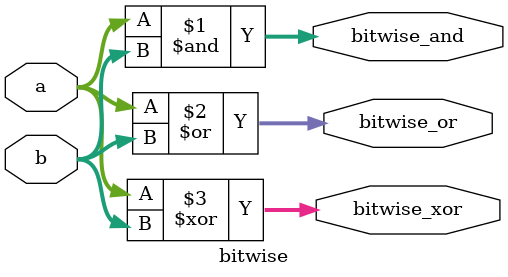
<source format=sv>
`timescale 1ns / 1ps

module bitwise#(parameter WIDTH = 4)(
  input [WIDTH-1:0] a, b,
  output [WIDTH-1:0] bitwise_and,
  output [WIDTH-1:0] bitwise_or,
  output [WIDTH-1:0] bitwise_xor
);
    assign  bitwise_and= a & b;
    assign  bitwise_or = a | b;
    assign  bitwise_xor = a ^ b; 
endmodule
</source>
